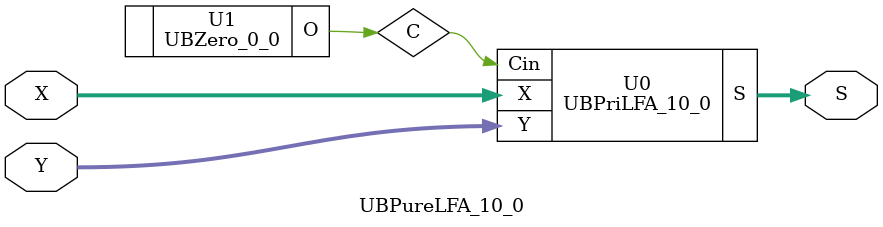
<source format=v>
/*----------------------------------------------------------------------------
  Copyright (c) 2021 Homma laboratory. All rights reserved.

  Top module: UBLFA_10_0_10_0

  Operand-1 length: 11
  Operand-2 length: 11
  Two-operand addition algorithm: Ladner-Fischer adder
----------------------------------------------------------------------------*/

module GPGenerator(Go, Po, A, B);
  output Go;
  output Po;
  input A;
  input B;
  assign Go = A & B;
  assign Po = A ^ B;
endmodule

module CarryOperator(Go, Po, Gi1, Pi1, Gi2, Pi2);
  output Go;
  output Po;
  input Gi1;
  input Gi2;
  input Pi1;
  input Pi2;
  assign Go = Gi1 | ( Gi2 & Pi1 );
  assign Po = Pi1 & Pi2;
endmodule

module UBPriLFA_10_0(S, X, Y, Cin);
  output [11:0] S;
  input Cin;
  input [10:0] X;
  input [10:0] Y;
  wire [10:0] G0;
  wire [10:0] G1;
  wire [10:0] G2;
  wire [10:0] G3;
  wire [10:0] G4;
  wire [10:0] P0;
  wire [10:0] P1;
  wire [10:0] P2;
  wire [10:0] P3;
  wire [10:0] P4;
  assign P1[0] = P0[0];
  assign G1[0] = G0[0];
  assign P1[2] = P0[2];
  assign G1[2] = G0[2];
  assign P1[4] = P0[4];
  assign G1[4] = G0[4];
  assign P1[6] = P0[6];
  assign G1[6] = G0[6];
  assign P1[8] = P0[8];
  assign G1[8] = G0[8];
  assign P1[10] = P0[10];
  assign G1[10] = G0[10];
  assign P2[0] = P1[0];
  assign G2[0] = G1[0];
  assign P2[1] = P1[1];
  assign G2[1] = G1[1];
  assign P2[4] = P1[4];
  assign G2[4] = G1[4];
  assign P2[5] = P1[5];
  assign G2[5] = G1[5];
  assign P2[8] = P1[8];
  assign G2[8] = G1[8];
  assign P2[9] = P1[9];
  assign G2[9] = G1[9];
  assign P3[0] = P2[0];
  assign G3[0] = G2[0];
  assign P3[1] = P2[1];
  assign G3[1] = G2[1];
  assign P3[2] = P2[2];
  assign G3[2] = G2[2];
  assign P3[3] = P2[3];
  assign G3[3] = G2[3];
  assign P3[8] = P2[8];
  assign G3[8] = G2[8];
  assign P3[9] = P2[9];
  assign G3[9] = G2[9];
  assign P3[10] = P2[10];
  assign G3[10] = G2[10];
  assign P4[0] = P3[0];
  assign G4[0] = G3[0];
  assign P4[1] = P3[1];
  assign G4[1] = G3[1];
  assign P4[2] = P3[2];
  assign G4[2] = G3[2];
  assign P4[3] = P3[3];
  assign G4[3] = G3[3];
  assign P4[4] = P3[4];
  assign G4[4] = G3[4];
  assign P4[5] = P3[5];
  assign G4[5] = G3[5];
  assign P4[6] = P3[6];
  assign G4[6] = G3[6];
  assign P4[7] = P3[7];
  assign G4[7] = G3[7];
  assign S[0] = Cin ^ P0[0];
  assign S[1] = ( G4[0] | ( P4[0] & Cin ) ) ^ P0[1];
  assign S[2] = ( G4[1] | ( P4[1] & Cin ) ) ^ P0[2];
  assign S[3] = ( G4[2] | ( P4[2] & Cin ) ) ^ P0[3];
  assign S[4] = ( G4[3] | ( P4[3] & Cin ) ) ^ P0[4];
  assign S[5] = ( G4[4] | ( P4[4] & Cin ) ) ^ P0[5];
  assign S[6] = ( G4[5] | ( P4[5] & Cin ) ) ^ P0[6];
  assign S[7] = ( G4[6] | ( P4[6] & Cin ) ) ^ P0[7];
  assign S[8] = ( G4[7] | ( P4[7] & Cin ) ) ^ P0[8];
  assign S[9] = ( G4[8] | ( P4[8] & Cin ) ) ^ P0[9];
  assign S[10] = ( G4[9] | ( P4[9] & Cin ) ) ^ P0[10];
  assign S[11] = G4[10] | ( P4[10] & Cin );
  GPGenerator U0 (G0[0], P0[0], X[0], Y[0]);
  GPGenerator U1 (G0[1], P0[1], X[1], Y[1]);
  GPGenerator U2 (G0[2], P0[2], X[2], Y[2]);
  GPGenerator U3 (G0[3], P0[3], X[3], Y[3]);
  GPGenerator U4 (G0[4], P0[4], X[4], Y[4]);
  GPGenerator U5 (G0[5], P0[5], X[5], Y[5]);
  GPGenerator U6 (G0[6], P0[6], X[6], Y[6]);
  GPGenerator U7 (G0[7], P0[7], X[7], Y[7]);
  GPGenerator U8 (G0[8], P0[8], X[8], Y[8]);
  GPGenerator U9 (G0[9], P0[9], X[9], Y[9]);
  GPGenerator U10 (G0[10], P0[10], X[10], Y[10]);
  CarryOperator U11 (G1[1], P1[1], G0[1], P0[1], G0[0], P0[0]);
  CarryOperator U12 (G1[3], P1[3], G0[3], P0[3], G0[2], P0[2]);
  CarryOperator U13 (G1[5], P1[5], G0[5], P0[5], G0[4], P0[4]);
  CarryOperator U14 (G1[7], P1[7], G0[7], P0[7], G0[6], P0[6]);
  CarryOperator U15 (G1[9], P1[9], G0[9], P0[9], G0[8], P0[8]);
  CarryOperator U16 (G2[2], P2[2], G1[2], P1[2], G1[1], P1[1]);
  CarryOperator U17 (G2[3], P2[3], G1[3], P1[3], G1[1], P1[1]);
  CarryOperator U18 (G2[6], P2[6], G1[6], P1[6], G1[5], P1[5]);
  CarryOperator U19 (G2[7], P2[7], G1[7], P1[7], G1[5], P1[5]);
  CarryOperator U20 (G2[10], P2[10], G1[10], P1[10], G1[9], P1[9]);
  CarryOperator U21 (G3[4], P3[4], G2[4], P2[4], G2[3], P2[3]);
  CarryOperator U22 (G3[5], P3[5], G2[5], P2[5], G2[3], P2[3]);
  CarryOperator U23 (G3[6], P3[6], G2[6], P2[6], G2[3], P2[3]);
  CarryOperator U24 (G3[7], P3[7], G2[7], P2[7], G2[3], P2[3]);
  CarryOperator U25 (G4[8], P4[8], G3[8], P3[8], G3[7], P3[7]);
  CarryOperator U26 (G4[9], P4[9], G3[9], P3[9], G3[7], P3[7]);
  CarryOperator U27 (G4[10], P4[10], G3[10], P3[10], G3[7], P3[7]);
endmodule

module UBZero_0_0(O);
  output [0:0] O;
  assign O[0] = 0;
endmodule

module UBLFA_10_0_10_0 (S, X, Y);
  output [11:0] S;
  input [10:0] X;
  input [10:0] Y;
  UBPureLFA_10_0 U0 (S[11:0], X[10:0], Y[10:0]);
endmodule

module UBPureLFA_10_0 (S, X, Y);
  output [11:0] S;
  input [10:0] X;
  input [10:0] Y;
  wire C;
  UBPriLFA_10_0 U0 (S, X, Y, C);
  UBZero_0_0 U1 (C);
endmodule


</source>
